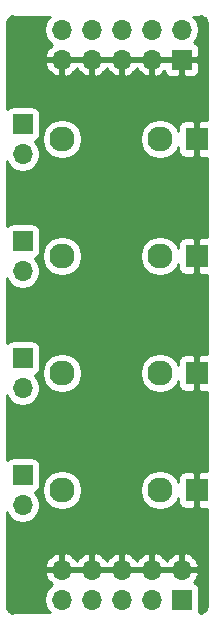
<source format=gbr>
%TF.GenerationSoftware,KiCad,Pcbnew,(5.1.6)-1*%
%TF.CreationDate,2020-10-18T20:28:26+13:00*%
%TF.ProjectId,Jacks onboard,4a61636b-7320-46f6-9e62-6f6172642e6b,rev?*%
%TF.SameCoordinates,Original*%
%TF.FileFunction,Copper,L1,Top*%
%TF.FilePolarity,Positive*%
%FSLAX46Y46*%
G04 Gerber Fmt 4.6, Leading zero omitted, Abs format (unit mm)*
G04 Created by KiCad (PCBNEW (5.1.6)-1) date 2020-10-18 20:28:26*
%MOMM*%
%LPD*%
G01*
G04 APERTURE LIST*
%TA.AperFunction,ComponentPad*%
%ADD10R,1.700000X1.700000*%
%TD*%
%TA.AperFunction,ComponentPad*%
%ADD11O,1.700000X1.700000*%
%TD*%
%TA.AperFunction,ComponentPad*%
%ADD12C,2.130000*%
%TD*%
%TA.AperFunction,ComponentPad*%
%ADD13R,1.830000X1.930000*%
%TD*%
%TA.AperFunction,Conductor*%
%ADD14C,0.254000*%
%TD*%
G04 APERTURE END LIST*
D10*
%TO.P,J3,1*%
%TO.N,GND*%
X187960000Y-53340000D03*
D11*
%TO.P,J3,2*%
%TO.N,Net-(J3-Pad2)*%
X187960000Y-50800000D03*
%TO.P,J3,3*%
%TO.N,GND*%
X185420000Y-53340000D03*
%TO.P,J3,4*%
%TO.N,Net-(J3-Pad4)*%
X185420000Y-50800000D03*
%TO.P,J3,5*%
%TO.N,GND*%
X182880000Y-53340000D03*
%TO.P,J3,6*%
%TO.N,Net-(J3-Pad6)*%
X182880000Y-50800000D03*
%TO.P,J3,7*%
%TO.N,GND*%
X180340000Y-53340000D03*
%TO.P,J3,8*%
%TO.N,Net-(J3-Pad8)*%
X180340000Y-50800000D03*
%TO.P,J3,9*%
%TO.N,GND*%
X177800000Y-53340000D03*
%TO.P,J3,10*%
%TO.N,Net-(J3-Pad10)*%
X177800000Y-50800000D03*
%TD*%
%TO.P,J4,10*%
%TO.N,GND*%
X177800000Y-96520000D03*
%TO.P,J4,9*%
%TO.N,Net-(J4-Pad9)*%
X177800000Y-99060000D03*
%TO.P,J4,8*%
%TO.N,GND*%
X180340000Y-96520000D03*
%TO.P,J4,7*%
%TO.N,Net-(J4-Pad7)*%
X180340000Y-99060000D03*
%TO.P,J4,6*%
%TO.N,GND*%
X182880000Y-96520000D03*
%TO.P,J4,5*%
%TO.N,Net-(J4-Pad5)*%
X182880000Y-99060000D03*
%TO.P,J4,4*%
%TO.N,GND*%
X185420000Y-96520000D03*
%TO.P,J4,3*%
%TO.N,Net-(J4-Pad3)*%
X185420000Y-99060000D03*
%TO.P,J4,2*%
%TO.N,GND*%
X187960000Y-96520000D03*
D10*
%TO.P,J4,1*%
%TO.N,Net-(J4-Pad1)*%
X187960000Y-99060000D03*
%TD*%
%TO.P,J5,1*%
%TO.N,Net-(J1-PadT)*%
X174498000Y-88519000D03*
D11*
%TO.P,J5,2*%
%TO.N,Net-(J1-PadTN)*%
X174498000Y-91059000D03*
%TD*%
%TO.P,J6,2*%
%TO.N,Net-(J2-PadTN)*%
X174498000Y-81153000D03*
D10*
%TO.P,J6,1*%
%TO.N,Net-(J2-PadT)*%
X174498000Y-78613000D03*
%TD*%
D12*
%TO.P,J7,TN*%
%TO.N,Net-(J7-PadTN)*%
X186130000Y-60071000D03*
D13*
%TO.P,J7,S*%
%TO.N,GND*%
X189230000Y-60071000D03*
D12*
%TO.P,J7,T*%
%TO.N,Net-(J7-PadT)*%
X177830000Y-60071000D03*
%TD*%
%TO.P,J8,T*%
%TO.N,Net-(J10-Pad1)*%
X177830000Y-69977000D03*
D13*
%TO.P,J8,S*%
%TO.N,GND*%
X189230000Y-69977000D03*
D12*
%TO.P,J8,TN*%
%TO.N,Net-(J10-Pad2)*%
X186130000Y-69977000D03*
%TD*%
D10*
%TO.P,J9,1*%
%TO.N,Net-(J7-PadT)*%
X174498000Y-58801000D03*
D11*
%TO.P,J9,2*%
%TO.N,Net-(J7-PadTN)*%
X174498000Y-61341000D03*
%TD*%
%TO.P,J10,2*%
%TO.N,Net-(J10-Pad2)*%
X174498000Y-71247000D03*
D10*
%TO.P,J10,1*%
%TO.N,Net-(J10-Pad1)*%
X174498000Y-68707000D03*
%TD*%
D12*
%TO.P,J1,TN*%
%TO.N,Net-(J1-PadTN)*%
X186130000Y-89789000D03*
D13*
%TO.P,J1,S*%
%TO.N,GND*%
X189230000Y-89789000D03*
D12*
%TO.P,J1,T*%
%TO.N,Net-(J1-PadT)*%
X177830000Y-89789000D03*
%TD*%
%TO.P,J2,T*%
%TO.N,Net-(J2-PadT)*%
X177830000Y-79883000D03*
D13*
%TO.P,J2,S*%
%TO.N,GND*%
X189230000Y-79883000D03*
D12*
%TO.P,J2,TN*%
%TO.N,Net-(J2-PadTN)*%
X186130000Y-79883000D03*
%TD*%
D14*
%TO.N,GND*%
G36*
X173702353Y-49707000D02*
G01*
X176792893Y-49707000D01*
X176646525Y-49853368D01*
X176484010Y-50096589D01*
X176372068Y-50366842D01*
X176315000Y-50653740D01*
X176315000Y-50946260D01*
X176372068Y-51233158D01*
X176484010Y-51503411D01*
X176646525Y-51746632D01*
X176853368Y-51953475D01*
X177029406Y-52071100D01*
X176799731Y-52242412D01*
X176604822Y-52458645D01*
X176455843Y-52708748D01*
X176358519Y-52983109D01*
X176479186Y-53213000D01*
X177673000Y-53213000D01*
X177673000Y-53193000D01*
X177927000Y-53193000D01*
X177927000Y-53213000D01*
X180213000Y-53213000D01*
X180213000Y-53193000D01*
X180467000Y-53193000D01*
X180467000Y-53213000D01*
X182753000Y-53213000D01*
X182753000Y-53193000D01*
X183007000Y-53193000D01*
X183007000Y-53213000D01*
X185293000Y-53213000D01*
X185293000Y-53193000D01*
X185547000Y-53193000D01*
X185547000Y-53213000D01*
X187833000Y-53213000D01*
X187833000Y-53193000D01*
X188087000Y-53193000D01*
X188087000Y-53213000D01*
X189286250Y-53213000D01*
X189445000Y-53054250D01*
X189448072Y-52490000D01*
X189435812Y-52365518D01*
X189399502Y-52245820D01*
X189340537Y-52135506D01*
X189261185Y-52038815D01*
X189164494Y-51959463D01*
X189054180Y-51900498D01*
X188981620Y-51878487D01*
X189113475Y-51746632D01*
X189275990Y-51503411D01*
X189387932Y-51233158D01*
X189445000Y-50946260D01*
X189445000Y-50653740D01*
X189387932Y-50366842D01*
X189275990Y-50096589D01*
X189113475Y-49853368D01*
X188967107Y-49707000D01*
X189517647Y-49707000D01*
X189606820Y-49698217D01*
X189715246Y-49730953D01*
X189819819Y-49786555D01*
X189911596Y-49861407D01*
X189987091Y-49952664D01*
X190043419Y-50056844D01*
X190077882Y-50168174D01*
X190069000Y-50258354D01*
X190069000Y-58468299D01*
X189515750Y-58471000D01*
X189357000Y-58629750D01*
X189357000Y-59944000D01*
X189377000Y-59944000D01*
X189377000Y-60198000D01*
X189357000Y-60198000D01*
X189357000Y-61512250D01*
X189515750Y-61671000D01*
X190069000Y-61673701D01*
X190069000Y-68374299D01*
X189515750Y-68377000D01*
X189357000Y-68535750D01*
X189357000Y-69850000D01*
X189377000Y-69850000D01*
X189377000Y-70104000D01*
X189357000Y-70104000D01*
X189357000Y-71418250D01*
X189515750Y-71577000D01*
X190069000Y-71579701D01*
X190069001Y-78280299D01*
X189515750Y-78283000D01*
X189357000Y-78441750D01*
X189357000Y-79756000D01*
X189377000Y-79756000D01*
X189377000Y-80010000D01*
X189357000Y-80010000D01*
X189357000Y-81324250D01*
X189515750Y-81483000D01*
X190069001Y-81485701D01*
X190069001Y-88186299D01*
X189515750Y-88189000D01*
X189357000Y-88347750D01*
X189357000Y-89662000D01*
X189377000Y-89662000D01*
X189377000Y-89916000D01*
X189357000Y-89916000D01*
X189357000Y-91230250D01*
X189515750Y-91389000D01*
X190069001Y-91391701D01*
X190069001Y-99601647D01*
X190077784Y-99690818D01*
X190045047Y-99799246D01*
X189989446Y-99903817D01*
X189914594Y-99995595D01*
X189823335Y-100071091D01*
X189719160Y-100127419D01*
X189607827Y-100161882D01*
X189517647Y-100153000D01*
X189399860Y-100153000D01*
X189435812Y-100034482D01*
X189448072Y-99910000D01*
X189448072Y-98210000D01*
X189435812Y-98085518D01*
X189399502Y-97965820D01*
X189340537Y-97855506D01*
X189261185Y-97758815D01*
X189164494Y-97679463D01*
X189054180Y-97620498D01*
X188978374Y-97597502D01*
X189155178Y-97401355D01*
X189304157Y-97151252D01*
X189401481Y-96876891D01*
X189280814Y-96647000D01*
X188087000Y-96647000D01*
X188087000Y-96667000D01*
X187833000Y-96667000D01*
X187833000Y-96647000D01*
X185547000Y-96647000D01*
X185547000Y-96667000D01*
X185293000Y-96667000D01*
X185293000Y-96647000D01*
X183007000Y-96647000D01*
X183007000Y-96667000D01*
X182753000Y-96667000D01*
X182753000Y-96647000D01*
X180467000Y-96647000D01*
X180467000Y-96667000D01*
X180213000Y-96667000D01*
X180213000Y-96647000D01*
X177927000Y-96647000D01*
X177927000Y-96667000D01*
X177673000Y-96667000D01*
X177673000Y-96647000D01*
X176479186Y-96647000D01*
X176358519Y-96876891D01*
X176455843Y-97151252D01*
X176604822Y-97401355D01*
X176799731Y-97617588D01*
X177029406Y-97788900D01*
X176853368Y-97906525D01*
X176646525Y-98113368D01*
X176484010Y-98356589D01*
X176372068Y-98626842D01*
X176315000Y-98913740D01*
X176315000Y-99206260D01*
X176372068Y-99493158D01*
X176484010Y-99763411D01*
X176646525Y-100006632D01*
X176792893Y-100153000D01*
X173702353Y-100153000D01*
X173613180Y-100161783D01*
X173504754Y-100129047D01*
X173400183Y-100073446D01*
X173308405Y-99998594D01*
X173232909Y-99907335D01*
X173176581Y-99803160D01*
X173142118Y-99691827D01*
X173151000Y-99601647D01*
X173151000Y-96163109D01*
X176358519Y-96163109D01*
X176479186Y-96393000D01*
X177673000Y-96393000D01*
X177673000Y-95199845D01*
X177927000Y-95199845D01*
X177927000Y-96393000D01*
X180213000Y-96393000D01*
X180213000Y-95199845D01*
X180467000Y-95199845D01*
X180467000Y-96393000D01*
X182753000Y-96393000D01*
X182753000Y-95199845D01*
X183007000Y-95199845D01*
X183007000Y-96393000D01*
X185293000Y-96393000D01*
X185293000Y-95199845D01*
X185547000Y-95199845D01*
X185547000Y-96393000D01*
X187833000Y-96393000D01*
X187833000Y-95199845D01*
X188087000Y-95199845D01*
X188087000Y-96393000D01*
X189280814Y-96393000D01*
X189401481Y-96163109D01*
X189304157Y-95888748D01*
X189155178Y-95638645D01*
X188960269Y-95422412D01*
X188726920Y-95248359D01*
X188464099Y-95123175D01*
X188316890Y-95078524D01*
X188087000Y-95199845D01*
X187833000Y-95199845D01*
X187603110Y-95078524D01*
X187455901Y-95123175D01*
X187193080Y-95248359D01*
X186959731Y-95422412D01*
X186764822Y-95638645D01*
X186690000Y-95764255D01*
X186615178Y-95638645D01*
X186420269Y-95422412D01*
X186186920Y-95248359D01*
X185924099Y-95123175D01*
X185776890Y-95078524D01*
X185547000Y-95199845D01*
X185293000Y-95199845D01*
X185063110Y-95078524D01*
X184915901Y-95123175D01*
X184653080Y-95248359D01*
X184419731Y-95422412D01*
X184224822Y-95638645D01*
X184150000Y-95764255D01*
X184075178Y-95638645D01*
X183880269Y-95422412D01*
X183646920Y-95248359D01*
X183384099Y-95123175D01*
X183236890Y-95078524D01*
X183007000Y-95199845D01*
X182753000Y-95199845D01*
X182523110Y-95078524D01*
X182375901Y-95123175D01*
X182113080Y-95248359D01*
X181879731Y-95422412D01*
X181684822Y-95638645D01*
X181610000Y-95764255D01*
X181535178Y-95638645D01*
X181340269Y-95422412D01*
X181106920Y-95248359D01*
X180844099Y-95123175D01*
X180696890Y-95078524D01*
X180467000Y-95199845D01*
X180213000Y-95199845D01*
X179983110Y-95078524D01*
X179835901Y-95123175D01*
X179573080Y-95248359D01*
X179339731Y-95422412D01*
X179144822Y-95638645D01*
X179070000Y-95764255D01*
X178995178Y-95638645D01*
X178800269Y-95422412D01*
X178566920Y-95248359D01*
X178304099Y-95123175D01*
X178156890Y-95078524D01*
X177927000Y-95199845D01*
X177673000Y-95199845D01*
X177443110Y-95078524D01*
X177295901Y-95123175D01*
X177033080Y-95248359D01*
X176799731Y-95422412D01*
X176604822Y-95638645D01*
X176455843Y-95888748D01*
X176358519Y-96163109D01*
X173151000Y-96163109D01*
X173151000Y-91687546D01*
X173182010Y-91762411D01*
X173344525Y-92005632D01*
X173551368Y-92212475D01*
X173794589Y-92374990D01*
X174064842Y-92486932D01*
X174351740Y-92544000D01*
X174644260Y-92544000D01*
X174931158Y-92486932D01*
X175201411Y-92374990D01*
X175444632Y-92212475D01*
X175651475Y-92005632D01*
X175813990Y-91762411D01*
X175925932Y-91492158D01*
X175983000Y-91205260D01*
X175983000Y-90912740D01*
X175925932Y-90625842D01*
X175813990Y-90355589D01*
X175651475Y-90112368D01*
X175519620Y-89980513D01*
X175592180Y-89958502D01*
X175702494Y-89899537D01*
X175799185Y-89820185D01*
X175878537Y-89723494D01*
X175933020Y-89621565D01*
X176130000Y-89621565D01*
X176130000Y-89956435D01*
X176195330Y-90284872D01*
X176323479Y-90594252D01*
X176509523Y-90872687D01*
X176746313Y-91109477D01*
X177024748Y-91295521D01*
X177334128Y-91423670D01*
X177662565Y-91489000D01*
X177997435Y-91489000D01*
X178325872Y-91423670D01*
X178635252Y-91295521D01*
X178913687Y-91109477D01*
X179150477Y-90872687D01*
X179336521Y-90594252D01*
X179464670Y-90284872D01*
X179530000Y-89956435D01*
X179530000Y-89621565D01*
X184430000Y-89621565D01*
X184430000Y-89956435D01*
X184495330Y-90284872D01*
X184623479Y-90594252D01*
X184809523Y-90872687D01*
X185046313Y-91109477D01*
X185324748Y-91295521D01*
X185634128Y-91423670D01*
X185962565Y-91489000D01*
X186297435Y-91489000D01*
X186625872Y-91423670D01*
X186935252Y-91295521D01*
X187213687Y-91109477D01*
X187450477Y-90872687D01*
X187636521Y-90594252D01*
X187678105Y-90493860D01*
X187676928Y-90754000D01*
X187689188Y-90878482D01*
X187725498Y-90998180D01*
X187784463Y-91108494D01*
X187863815Y-91205185D01*
X187960506Y-91284537D01*
X188070820Y-91343502D01*
X188190518Y-91379812D01*
X188315000Y-91392072D01*
X188944250Y-91389000D01*
X189103000Y-91230250D01*
X189103000Y-89916000D01*
X189083000Y-89916000D01*
X189083000Y-89662000D01*
X189103000Y-89662000D01*
X189103000Y-88347750D01*
X188944250Y-88189000D01*
X188315000Y-88185928D01*
X188190518Y-88198188D01*
X188070820Y-88234498D01*
X187960506Y-88293463D01*
X187863815Y-88372815D01*
X187784463Y-88469506D01*
X187725498Y-88579820D01*
X187689188Y-88699518D01*
X187676928Y-88824000D01*
X187678105Y-89084140D01*
X187636521Y-88983748D01*
X187450477Y-88705313D01*
X187213687Y-88468523D01*
X186935252Y-88282479D01*
X186625872Y-88154330D01*
X186297435Y-88089000D01*
X185962565Y-88089000D01*
X185634128Y-88154330D01*
X185324748Y-88282479D01*
X185046313Y-88468523D01*
X184809523Y-88705313D01*
X184623479Y-88983748D01*
X184495330Y-89293128D01*
X184430000Y-89621565D01*
X179530000Y-89621565D01*
X179464670Y-89293128D01*
X179336521Y-88983748D01*
X179150477Y-88705313D01*
X178913687Y-88468523D01*
X178635252Y-88282479D01*
X178325872Y-88154330D01*
X177997435Y-88089000D01*
X177662565Y-88089000D01*
X177334128Y-88154330D01*
X177024748Y-88282479D01*
X176746313Y-88468523D01*
X176509523Y-88705313D01*
X176323479Y-88983748D01*
X176195330Y-89293128D01*
X176130000Y-89621565D01*
X175933020Y-89621565D01*
X175937502Y-89613180D01*
X175973812Y-89493482D01*
X175986072Y-89369000D01*
X175986072Y-87669000D01*
X175973812Y-87544518D01*
X175937502Y-87424820D01*
X175878537Y-87314506D01*
X175799185Y-87217815D01*
X175702494Y-87138463D01*
X175592180Y-87079498D01*
X175472482Y-87043188D01*
X175348000Y-87030928D01*
X173648000Y-87030928D01*
X173523518Y-87043188D01*
X173403820Y-87079498D01*
X173293506Y-87138463D01*
X173196815Y-87217815D01*
X173151000Y-87273641D01*
X173151000Y-81781546D01*
X173182010Y-81856411D01*
X173344525Y-82099632D01*
X173551368Y-82306475D01*
X173794589Y-82468990D01*
X174064842Y-82580932D01*
X174351740Y-82638000D01*
X174644260Y-82638000D01*
X174931158Y-82580932D01*
X175201411Y-82468990D01*
X175444632Y-82306475D01*
X175651475Y-82099632D01*
X175813990Y-81856411D01*
X175925932Y-81586158D01*
X175983000Y-81299260D01*
X175983000Y-81006740D01*
X175925932Y-80719842D01*
X175813990Y-80449589D01*
X175651475Y-80206368D01*
X175519620Y-80074513D01*
X175592180Y-80052502D01*
X175702494Y-79993537D01*
X175799185Y-79914185D01*
X175878537Y-79817494D01*
X175933020Y-79715565D01*
X176130000Y-79715565D01*
X176130000Y-80050435D01*
X176195330Y-80378872D01*
X176323479Y-80688252D01*
X176509523Y-80966687D01*
X176746313Y-81203477D01*
X177024748Y-81389521D01*
X177334128Y-81517670D01*
X177662565Y-81583000D01*
X177997435Y-81583000D01*
X178325872Y-81517670D01*
X178635252Y-81389521D01*
X178913687Y-81203477D01*
X179150477Y-80966687D01*
X179336521Y-80688252D01*
X179464670Y-80378872D01*
X179530000Y-80050435D01*
X179530000Y-79715565D01*
X184430000Y-79715565D01*
X184430000Y-80050435D01*
X184495330Y-80378872D01*
X184623479Y-80688252D01*
X184809523Y-80966687D01*
X185046313Y-81203477D01*
X185324748Y-81389521D01*
X185634128Y-81517670D01*
X185962565Y-81583000D01*
X186297435Y-81583000D01*
X186625872Y-81517670D01*
X186935252Y-81389521D01*
X187213687Y-81203477D01*
X187450477Y-80966687D01*
X187636521Y-80688252D01*
X187678105Y-80587860D01*
X187676928Y-80848000D01*
X187689188Y-80972482D01*
X187725498Y-81092180D01*
X187784463Y-81202494D01*
X187863815Y-81299185D01*
X187960506Y-81378537D01*
X188070820Y-81437502D01*
X188190518Y-81473812D01*
X188315000Y-81486072D01*
X188944250Y-81483000D01*
X189103000Y-81324250D01*
X189103000Y-80010000D01*
X189083000Y-80010000D01*
X189083000Y-79756000D01*
X189103000Y-79756000D01*
X189103000Y-78441750D01*
X188944250Y-78283000D01*
X188315000Y-78279928D01*
X188190518Y-78292188D01*
X188070820Y-78328498D01*
X187960506Y-78387463D01*
X187863815Y-78466815D01*
X187784463Y-78563506D01*
X187725498Y-78673820D01*
X187689188Y-78793518D01*
X187676928Y-78918000D01*
X187678105Y-79178140D01*
X187636521Y-79077748D01*
X187450477Y-78799313D01*
X187213687Y-78562523D01*
X186935252Y-78376479D01*
X186625872Y-78248330D01*
X186297435Y-78183000D01*
X185962565Y-78183000D01*
X185634128Y-78248330D01*
X185324748Y-78376479D01*
X185046313Y-78562523D01*
X184809523Y-78799313D01*
X184623479Y-79077748D01*
X184495330Y-79387128D01*
X184430000Y-79715565D01*
X179530000Y-79715565D01*
X179464670Y-79387128D01*
X179336521Y-79077748D01*
X179150477Y-78799313D01*
X178913687Y-78562523D01*
X178635252Y-78376479D01*
X178325872Y-78248330D01*
X177997435Y-78183000D01*
X177662565Y-78183000D01*
X177334128Y-78248330D01*
X177024748Y-78376479D01*
X176746313Y-78562523D01*
X176509523Y-78799313D01*
X176323479Y-79077748D01*
X176195330Y-79387128D01*
X176130000Y-79715565D01*
X175933020Y-79715565D01*
X175937502Y-79707180D01*
X175973812Y-79587482D01*
X175986072Y-79463000D01*
X175986072Y-77763000D01*
X175973812Y-77638518D01*
X175937502Y-77518820D01*
X175878537Y-77408506D01*
X175799185Y-77311815D01*
X175702494Y-77232463D01*
X175592180Y-77173498D01*
X175472482Y-77137188D01*
X175348000Y-77124928D01*
X173648000Y-77124928D01*
X173523518Y-77137188D01*
X173403820Y-77173498D01*
X173293506Y-77232463D01*
X173196815Y-77311815D01*
X173151000Y-77367641D01*
X173151000Y-71875546D01*
X173182010Y-71950411D01*
X173344525Y-72193632D01*
X173551368Y-72400475D01*
X173794589Y-72562990D01*
X174064842Y-72674932D01*
X174351740Y-72732000D01*
X174644260Y-72732000D01*
X174931158Y-72674932D01*
X175201411Y-72562990D01*
X175444632Y-72400475D01*
X175651475Y-72193632D01*
X175813990Y-71950411D01*
X175925932Y-71680158D01*
X175983000Y-71393260D01*
X175983000Y-71100740D01*
X175925932Y-70813842D01*
X175813990Y-70543589D01*
X175651475Y-70300368D01*
X175519620Y-70168513D01*
X175592180Y-70146502D01*
X175702494Y-70087537D01*
X175799185Y-70008185D01*
X175878537Y-69911494D01*
X175933020Y-69809565D01*
X176130000Y-69809565D01*
X176130000Y-70144435D01*
X176195330Y-70472872D01*
X176323479Y-70782252D01*
X176509523Y-71060687D01*
X176746313Y-71297477D01*
X177024748Y-71483521D01*
X177334128Y-71611670D01*
X177662565Y-71677000D01*
X177997435Y-71677000D01*
X178325872Y-71611670D01*
X178635252Y-71483521D01*
X178913687Y-71297477D01*
X179150477Y-71060687D01*
X179336521Y-70782252D01*
X179464670Y-70472872D01*
X179530000Y-70144435D01*
X179530000Y-69809565D01*
X184430000Y-69809565D01*
X184430000Y-70144435D01*
X184495330Y-70472872D01*
X184623479Y-70782252D01*
X184809523Y-71060687D01*
X185046313Y-71297477D01*
X185324748Y-71483521D01*
X185634128Y-71611670D01*
X185962565Y-71677000D01*
X186297435Y-71677000D01*
X186625872Y-71611670D01*
X186935252Y-71483521D01*
X187213687Y-71297477D01*
X187450477Y-71060687D01*
X187636521Y-70782252D01*
X187678105Y-70681860D01*
X187676928Y-70942000D01*
X187689188Y-71066482D01*
X187725498Y-71186180D01*
X187784463Y-71296494D01*
X187863815Y-71393185D01*
X187960506Y-71472537D01*
X188070820Y-71531502D01*
X188190518Y-71567812D01*
X188315000Y-71580072D01*
X188944250Y-71577000D01*
X189103000Y-71418250D01*
X189103000Y-70104000D01*
X189083000Y-70104000D01*
X189083000Y-69850000D01*
X189103000Y-69850000D01*
X189103000Y-68535750D01*
X188944250Y-68377000D01*
X188315000Y-68373928D01*
X188190518Y-68386188D01*
X188070820Y-68422498D01*
X187960506Y-68481463D01*
X187863815Y-68560815D01*
X187784463Y-68657506D01*
X187725498Y-68767820D01*
X187689188Y-68887518D01*
X187676928Y-69012000D01*
X187678105Y-69272140D01*
X187636521Y-69171748D01*
X187450477Y-68893313D01*
X187213687Y-68656523D01*
X186935252Y-68470479D01*
X186625872Y-68342330D01*
X186297435Y-68277000D01*
X185962565Y-68277000D01*
X185634128Y-68342330D01*
X185324748Y-68470479D01*
X185046313Y-68656523D01*
X184809523Y-68893313D01*
X184623479Y-69171748D01*
X184495330Y-69481128D01*
X184430000Y-69809565D01*
X179530000Y-69809565D01*
X179464670Y-69481128D01*
X179336521Y-69171748D01*
X179150477Y-68893313D01*
X178913687Y-68656523D01*
X178635252Y-68470479D01*
X178325872Y-68342330D01*
X177997435Y-68277000D01*
X177662565Y-68277000D01*
X177334128Y-68342330D01*
X177024748Y-68470479D01*
X176746313Y-68656523D01*
X176509523Y-68893313D01*
X176323479Y-69171748D01*
X176195330Y-69481128D01*
X176130000Y-69809565D01*
X175933020Y-69809565D01*
X175937502Y-69801180D01*
X175973812Y-69681482D01*
X175986072Y-69557000D01*
X175986072Y-67857000D01*
X175973812Y-67732518D01*
X175937502Y-67612820D01*
X175878537Y-67502506D01*
X175799185Y-67405815D01*
X175702494Y-67326463D01*
X175592180Y-67267498D01*
X175472482Y-67231188D01*
X175348000Y-67218928D01*
X173648000Y-67218928D01*
X173523518Y-67231188D01*
X173403820Y-67267498D01*
X173293506Y-67326463D01*
X173196815Y-67405815D01*
X173151000Y-67461641D01*
X173151000Y-61969546D01*
X173182010Y-62044411D01*
X173344525Y-62287632D01*
X173551368Y-62494475D01*
X173794589Y-62656990D01*
X174064842Y-62768932D01*
X174351740Y-62826000D01*
X174644260Y-62826000D01*
X174931158Y-62768932D01*
X175201411Y-62656990D01*
X175444632Y-62494475D01*
X175651475Y-62287632D01*
X175813990Y-62044411D01*
X175925932Y-61774158D01*
X175983000Y-61487260D01*
X175983000Y-61194740D01*
X175925932Y-60907842D01*
X175813990Y-60637589D01*
X175651475Y-60394368D01*
X175519620Y-60262513D01*
X175592180Y-60240502D01*
X175702494Y-60181537D01*
X175799185Y-60102185D01*
X175878537Y-60005494D01*
X175933020Y-59903565D01*
X176130000Y-59903565D01*
X176130000Y-60238435D01*
X176195330Y-60566872D01*
X176323479Y-60876252D01*
X176509523Y-61154687D01*
X176746313Y-61391477D01*
X177024748Y-61577521D01*
X177334128Y-61705670D01*
X177662565Y-61771000D01*
X177997435Y-61771000D01*
X178325872Y-61705670D01*
X178635252Y-61577521D01*
X178913687Y-61391477D01*
X179150477Y-61154687D01*
X179336521Y-60876252D01*
X179464670Y-60566872D01*
X179530000Y-60238435D01*
X179530000Y-59903565D01*
X184430000Y-59903565D01*
X184430000Y-60238435D01*
X184495330Y-60566872D01*
X184623479Y-60876252D01*
X184809523Y-61154687D01*
X185046313Y-61391477D01*
X185324748Y-61577521D01*
X185634128Y-61705670D01*
X185962565Y-61771000D01*
X186297435Y-61771000D01*
X186625872Y-61705670D01*
X186935252Y-61577521D01*
X187213687Y-61391477D01*
X187450477Y-61154687D01*
X187636521Y-60876252D01*
X187678105Y-60775860D01*
X187676928Y-61036000D01*
X187689188Y-61160482D01*
X187725498Y-61280180D01*
X187784463Y-61390494D01*
X187863815Y-61487185D01*
X187960506Y-61566537D01*
X188070820Y-61625502D01*
X188190518Y-61661812D01*
X188315000Y-61674072D01*
X188944250Y-61671000D01*
X189103000Y-61512250D01*
X189103000Y-60198000D01*
X189083000Y-60198000D01*
X189083000Y-59944000D01*
X189103000Y-59944000D01*
X189103000Y-58629750D01*
X188944250Y-58471000D01*
X188315000Y-58467928D01*
X188190518Y-58480188D01*
X188070820Y-58516498D01*
X187960506Y-58575463D01*
X187863815Y-58654815D01*
X187784463Y-58751506D01*
X187725498Y-58861820D01*
X187689188Y-58981518D01*
X187676928Y-59106000D01*
X187678105Y-59366140D01*
X187636521Y-59265748D01*
X187450477Y-58987313D01*
X187213687Y-58750523D01*
X186935252Y-58564479D01*
X186625872Y-58436330D01*
X186297435Y-58371000D01*
X185962565Y-58371000D01*
X185634128Y-58436330D01*
X185324748Y-58564479D01*
X185046313Y-58750523D01*
X184809523Y-58987313D01*
X184623479Y-59265748D01*
X184495330Y-59575128D01*
X184430000Y-59903565D01*
X179530000Y-59903565D01*
X179464670Y-59575128D01*
X179336521Y-59265748D01*
X179150477Y-58987313D01*
X178913687Y-58750523D01*
X178635252Y-58564479D01*
X178325872Y-58436330D01*
X177997435Y-58371000D01*
X177662565Y-58371000D01*
X177334128Y-58436330D01*
X177024748Y-58564479D01*
X176746313Y-58750523D01*
X176509523Y-58987313D01*
X176323479Y-59265748D01*
X176195330Y-59575128D01*
X176130000Y-59903565D01*
X175933020Y-59903565D01*
X175937502Y-59895180D01*
X175973812Y-59775482D01*
X175986072Y-59651000D01*
X175986072Y-57951000D01*
X175973812Y-57826518D01*
X175937502Y-57706820D01*
X175878537Y-57596506D01*
X175799185Y-57499815D01*
X175702494Y-57420463D01*
X175592180Y-57361498D01*
X175472482Y-57325188D01*
X175348000Y-57312928D01*
X173648000Y-57312928D01*
X173523518Y-57325188D01*
X173403820Y-57361498D01*
X173293506Y-57420463D01*
X173196815Y-57499815D01*
X173151000Y-57555641D01*
X173151000Y-53696891D01*
X176358519Y-53696891D01*
X176455843Y-53971252D01*
X176604822Y-54221355D01*
X176799731Y-54437588D01*
X177033080Y-54611641D01*
X177295901Y-54736825D01*
X177443110Y-54781476D01*
X177673000Y-54660155D01*
X177673000Y-53467000D01*
X177927000Y-53467000D01*
X177927000Y-54660155D01*
X178156890Y-54781476D01*
X178304099Y-54736825D01*
X178566920Y-54611641D01*
X178800269Y-54437588D01*
X178995178Y-54221355D01*
X179070000Y-54095745D01*
X179144822Y-54221355D01*
X179339731Y-54437588D01*
X179573080Y-54611641D01*
X179835901Y-54736825D01*
X179983110Y-54781476D01*
X180213000Y-54660155D01*
X180213000Y-53467000D01*
X180467000Y-53467000D01*
X180467000Y-54660155D01*
X180696890Y-54781476D01*
X180844099Y-54736825D01*
X181106920Y-54611641D01*
X181340269Y-54437588D01*
X181535178Y-54221355D01*
X181610000Y-54095745D01*
X181684822Y-54221355D01*
X181879731Y-54437588D01*
X182113080Y-54611641D01*
X182375901Y-54736825D01*
X182523110Y-54781476D01*
X182753000Y-54660155D01*
X182753000Y-53467000D01*
X183007000Y-53467000D01*
X183007000Y-54660155D01*
X183236890Y-54781476D01*
X183384099Y-54736825D01*
X183646920Y-54611641D01*
X183880269Y-54437588D01*
X184075178Y-54221355D01*
X184150000Y-54095745D01*
X184224822Y-54221355D01*
X184419731Y-54437588D01*
X184653080Y-54611641D01*
X184915901Y-54736825D01*
X185063110Y-54781476D01*
X185293000Y-54660155D01*
X185293000Y-53467000D01*
X185547000Y-53467000D01*
X185547000Y-54660155D01*
X185776890Y-54781476D01*
X185924099Y-54736825D01*
X186186920Y-54611641D01*
X186420269Y-54437588D01*
X186496034Y-54353534D01*
X186520498Y-54434180D01*
X186579463Y-54544494D01*
X186658815Y-54641185D01*
X186755506Y-54720537D01*
X186865820Y-54779502D01*
X186985518Y-54815812D01*
X187110000Y-54828072D01*
X187674250Y-54825000D01*
X187833000Y-54666250D01*
X187833000Y-53467000D01*
X188087000Y-53467000D01*
X188087000Y-54666250D01*
X188245750Y-54825000D01*
X188810000Y-54828072D01*
X188934482Y-54815812D01*
X189054180Y-54779502D01*
X189164494Y-54720537D01*
X189261185Y-54641185D01*
X189340537Y-54544494D01*
X189399502Y-54434180D01*
X189435812Y-54314482D01*
X189448072Y-54190000D01*
X189445000Y-53625750D01*
X189286250Y-53467000D01*
X188087000Y-53467000D01*
X187833000Y-53467000D01*
X185547000Y-53467000D01*
X185293000Y-53467000D01*
X183007000Y-53467000D01*
X182753000Y-53467000D01*
X180467000Y-53467000D01*
X180213000Y-53467000D01*
X177927000Y-53467000D01*
X177673000Y-53467000D01*
X176479186Y-53467000D01*
X176358519Y-53696891D01*
X173151000Y-53696891D01*
X173151000Y-50258353D01*
X173142217Y-50169180D01*
X173174953Y-50060754D01*
X173230555Y-49956181D01*
X173305407Y-49864404D01*
X173396664Y-49788909D01*
X173500844Y-49732581D01*
X173612173Y-49698118D01*
X173702353Y-49707000D01*
G37*
X173702353Y-49707000D02*
X176792893Y-49707000D01*
X176646525Y-49853368D01*
X176484010Y-50096589D01*
X176372068Y-50366842D01*
X176315000Y-50653740D01*
X176315000Y-50946260D01*
X176372068Y-51233158D01*
X176484010Y-51503411D01*
X176646525Y-51746632D01*
X176853368Y-51953475D01*
X177029406Y-52071100D01*
X176799731Y-52242412D01*
X176604822Y-52458645D01*
X176455843Y-52708748D01*
X176358519Y-52983109D01*
X176479186Y-53213000D01*
X177673000Y-53213000D01*
X177673000Y-53193000D01*
X177927000Y-53193000D01*
X177927000Y-53213000D01*
X180213000Y-53213000D01*
X180213000Y-53193000D01*
X180467000Y-53193000D01*
X180467000Y-53213000D01*
X182753000Y-53213000D01*
X182753000Y-53193000D01*
X183007000Y-53193000D01*
X183007000Y-53213000D01*
X185293000Y-53213000D01*
X185293000Y-53193000D01*
X185547000Y-53193000D01*
X185547000Y-53213000D01*
X187833000Y-53213000D01*
X187833000Y-53193000D01*
X188087000Y-53193000D01*
X188087000Y-53213000D01*
X189286250Y-53213000D01*
X189445000Y-53054250D01*
X189448072Y-52490000D01*
X189435812Y-52365518D01*
X189399502Y-52245820D01*
X189340537Y-52135506D01*
X189261185Y-52038815D01*
X189164494Y-51959463D01*
X189054180Y-51900498D01*
X188981620Y-51878487D01*
X189113475Y-51746632D01*
X189275990Y-51503411D01*
X189387932Y-51233158D01*
X189445000Y-50946260D01*
X189445000Y-50653740D01*
X189387932Y-50366842D01*
X189275990Y-50096589D01*
X189113475Y-49853368D01*
X188967107Y-49707000D01*
X189517647Y-49707000D01*
X189606820Y-49698217D01*
X189715246Y-49730953D01*
X189819819Y-49786555D01*
X189911596Y-49861407D01*
X189987091Y-49952664D01*
X190043419Y-50056844D01*
X190077882Y-50168174D01*
X190069000Y-50258354D01*
X190069000Y-58468299D01*
X189515750Y-58471000D01*
X189357000Y-58629750D01*
X189357000Y-59944000D01*
X189377000Y-59944000D01*
X189377000Y-60198000D01*
X189357000Y-60198000D01*
X189357000Y-61512250D01*
X189515750Y-61671000D01*
X190069000Y-61673701D01*
X190069000Y-68374299D01*
X189515750Y-68377000D01*
X189357000Y-68535750D01*
X189357000Y-69850000D01*
X189377000Y-69850000D01*
X189377000Y-70104000D01*
X189357000Y-70104000D01*
X189357000Y-71418250D01*
X189515750Y-71577000D01*
X190069000Y-71579701D01*
X190069001Y-78280299D01*
X189515750Y-78283000D01*
X189357000Y-78441750D01*
X189357000Y-79756000D01*
X189377000Y-79756000D01*
X189377000Y-80010000D01*
X189357000Y-80010000D01*
X189357000Y-81324250D01*
X189515750Y-81483000D01*
X190069001Y-81485701D01*
X190069001Y-88186299D01*
X189515750Y-88189000D01*
X189357000Y-88347750D01*
X189357000Y-89662000D01*
X189377000Y-89662000D01*
X189377000Y-89916000D01*
X189357000Y-89916000D01*
X189357000Y-91230250D01*
X189515750Y-91389000D01*
X190069001Y-91391701D01*
X190069001Y-99601647D01*
X190077784Y-99690818D01*
X190045047Y-99799246D01*
X189989446Y-99903817D01*
X189914594Y-99995595D01*
X189823335Y-100071091D01*
X189719160Y-100127419D01*
X189607827Y-100161882D01*
X189517647Y-100153000D01*
X189399860Y-100153000D01*
X189435812Y-100034482D01*
X189448072Y-99910000D01*
X189448072Y-98210000D01*
X189435812Y-98085518D01*
X189399502Y-97965820D01*
X189340537Y-97855506D01*
X189261185Y-97758815D01*
X189164494Y-97679463D01*
X189054180Y-97620498D01*
X188978374Y-97597502D01*
X189155178Y-97401355D01*
X189304157Y-97151252D01*
X189401481Y-96876891D01*
X189280814Y-96647000D01*
X188087000Y-96647000D01*
X188087000Y-96667000D01*
X187833000Y-96667000D01*
X187833000Y-96647000D01*
X185547000Y-96647000D01*
X185547000Y-96667000D01*
X185293000Y-96667000D01*
X185293000Y-96647000D01*
X183007000Y-96647000D01*
X183007000Y-96667000D01*
X182753000Y-96667000D01*
X182753000Y-96647000D01*
X180467000Y-96647000D01*
X180467000Y-96667000D01*
X180213000Y-96667000D01*
X180213000Y-96647000D01*
X177927000Y-96647000D01*
X177927000Y-96667000D01*
X177673000Y-96667000D01*
X177673000Y-96647000D01*
X176479186Y-96647000D01*
X176358519Y-96876891D01*
X176455843Y-97151252D01*
X176604822Y-97401355D01*
X176799731Y-97617588D01*
X177029406Y-97788900D01*
X176853368Y-97906525D01*
X176646525Y-98113368D01*
X176484010Y-98356589D01*
X176372068Y-98626842D01*
X176315000Y-98913740D01*
X176315000Y-99206260D01*
X176372068Y-99493158D01*
X176484010Y-99763411D01*
X176646525Y-100006632D01*
X176792893Y-100153000D01*
X173702353Y-100153000D01*
X173613180Y-100161783D01*
X173504754Y-100129047D01*
X173400183Y-100073446D01*
X173308405Y-99998594D01*
X173232909Y-99907335D01*
X173176581Y-99803160D01*
X173142118Y-99691827D01*
X173151000Y-99601647D01*
X173151000Y-96163109D01*
X176358519Y-96163109D01*
X176479186Y-96393000D01*
X177673000Y-96393000D01*
X177673000Y-95199845D01*
X177927000Y-95199845D01*
X177927000Y-96393000D01*
X180213000Y-96393000D01*
X180213000Y-95199845D01*
X180467000Y-95199845D01*
X180467000Y-96393000D01*
X182753000Y-96393000D01*
X182753000Y-95199845D01*
X183007000Y-95199845D01*
X183007000Y-96393000D01*
X185293000Y-96393000D01*
X185293000Y-95199845D01*
X185547000Y-95199845D01*
X185547000Y-96393000D01*
X187833000Y-96393000D01*
X187833000Y-95199845D01*
X188087000Y-95199845D01*
X188087000Y-96393000D01*
X189280814Y-96393000D01*
X189401481Y-96163109D01*
X189304157Y-95888748D01*
X189155178Y-95638645D01*
X188960269Y-95422412D01*
X188726920Y-95248359D01*
X188464099Y-95123175D01*
X188316890Y-95078524D01*
X188087000Y-95199845D01*
X187833000Y-95199845D01*
X187603110Y-95078524D01*
X187455901Y-95123175D01*
X187193080Y-95248359D01*
X186959731Y-95422412D01*
X186764822Y-95638645D01*
X186690000Y-95764255D01*
X186615178Y-95638645D01*
X186420269Y-95422412D01*
X186186920Y-95248359D01*
X185924099Y-95123175D01*
X185776890Y-95078524D01*
X185547000Y-95199845D01*
X185293000Y-95199845D01*
X185063110Y-95078524D01*
X184915901Y-95123175D01*
X184653080Y-95248359D01*
X184419731Y-95422412D01*
X184224822Y-95638645D01*
X184150000Y-95764255D01*
X184075178Y-95638645D01*
X183880269Y-95422412D01*
X183646920Y-95248359D01*
X183384099Y-95123175D01*
X183236890Y-95078524D01*
X183007000Y-95199845D01*
X182753000Y-95199845D01*
X182523110Y-95078524D01*
X182375901Y-95123175D01*
X182113080Y-95248359D01*
X181879731Y-95422412D01*
X181684822Y-95638645D01*
X181610000Y-95764255D01*
X181535178Y-95638645D01*
X181340269Y-95422412D01*
X181106920Y-95248359D01*
X180844099Y-95123175D01*
X180696890Y-95078524D01*
X180467000Y-95199845D01*
X180213000Y-95199845D01*
X179983110Y-95078524D01*
X179835901Y-95123175D01*
X179573080Y-95248359D01*
X179339731Y-95422412D01*
X179144822Y-95638645D01*
X179070000Y-95764255D01*
X178995178Y-95638645D01*
X178800269Y-95422412D01*
X178566920Y-95248359D01*
X178304099Y-95123175D01*
X178156890Y-95078524D01*
X177927000Y-95199845D01*
X177673000Y-95199845D01*
X177443110Y-95078524D01*
X177295901Y-95123175D01*
X177033080Y-95248359D01*
X176799731Y-95422412D01*
X176604822Y-95638645D01*
X176455843Y-95888748D01*
X176358519Y-96163109D01*
X173151000Y-96163109D01*
X173151000Y-91687546D01*
X173182010Y-91762411D01*
X173344525Y-92005632D01*
X173551368Y-92212475D01*
X173794589Y-92374990D01*
X174064842Y-92486932D01*
X174351740Y-92544000D01*
X174644260Y-92544000D01*
X174931158Y-92486932D01*
X175201411Y-92374990D01*
X175444632Y-92212475D01*
X175651475Y-92005632D01*
X175813990Y-91762411D01*
X175925932Y-91492158D01*
X175983000Y-91205260D01*
X175983000Y-90912740D01*
X175925932Y-90625842D01*
X175813990Y-90355589D01*
X175651475Y-90112368D01*
X175519620Y-89980513D01*
X175592180Y-89958502D01*
X175702494Y-89899537D01*
X175799185Y-89820185D01*
X175878537Y-89723494D01*
X175933020Y-89621565D01*
X176130000Y-89621565D01*
X176130000Y-89956435D01*
X176195330Y-90284872D01*
X176323479Y-90594252D01*
X176509523Y-90872687D01*
X176746313Y-91109477D01*
X177024748Y-91295521D01*
X177334128Y-91423670D01*
X177662565Y-91489000D01*
X177997435Y-91489000D01*
X178325872Y-91423670D01*
X178635252Y-91295521D01*
X178913687Y-91109477D01*
X179150477Y-90872687D01*
X179336521Y-90594252D01*
X179464670Y-90284872D01*
X179530000Y-89956435D01*
X179530000Y-89621565D01*
X184430000Y-89621565D01*
X184430000Y-89956435D01*
X184495330Y-90284872D01*
X184623479Y-90594252D01*
X184809523Y-90872687D01*
X185046313Y-91109477D01*
X185324748Y-91295521D01*
X185634128Y-91423670D01*
X185962565Y-91489000D01*
X186297435Y-91489000D01*
X186625872Y-91423670D01*
X186935252Y-91295521D01*
X187213687Y-91109477D01*
X187450477Y-90872687D01*
X187636521Y-90594252D01*
X187678105Y-90493860D01*
X187676928Y-90754000D01*
X187689188Y-90878482D01*
X187725498Y-90998180D01*
X187784463Y-91108494D01*
X187863815Y-91205185D01*
X187960506Y-91284537D01*
X188070820Y-91343502D01*
X188190518Y-91379812D01*
X188315000Y-91392072D01*
X188944250Y-91389000D01*
X189103000Y-91230250D01*
X189103000Y-89916000D01*
X189083000Y-89916000D01*
X189083000Y-89662000D01*
X189103000Y-89662000D01*
X189103000Y-88347750D01*
X188944250Y-88189000D01*
X188315000Y-88185928D01*
X188190518Y-88198188D01*
X188070820Y-88234498D01*
X187960506Y-88293463D01*
X187863815Y-88372815D01*
X187784463Y-88469506D01*
X187725498Y-88579820D01*
X187689188Y-88699518D01*
X187676928Y-88824000D01*
X187678105Y-89084140D01*
X187636521Y-88983748D01*
X187450477Y-88705313D01*
X187213687Y-88468523D01*
X186935252Y-88282479D01*
X186625872Y-88154330D01*
X186297435Y-88089000D01*
X185962565Y-88089000D01*
X185634128Y-88154330D01*
X185324748Y-88282479D01*
X185046313Y-88468523D01*
X184809523Y-88705313D01*
X184623479Y-88983748D01*
X184495330Y-89293128D01*
X184430000Y-89621565D01*
X179530000Y-89621565D01*
X179464670Y-89293128D01*
X179336521Y-88983748D01*
X179150477Y-88705313D01*
X178913687Y-88468523D01*
X178635252Y-88282479D01*
X178325872Y-88154330D01*
X177997435Y-88089000D01*
X177662565Y-88089000D01*
X177334128Y-88154330D01*
X177024748Y-88282479D01*
X176746313Y-88468523D01*
X176509523Y-88705313D01*
X176323479Y-88983748D01*
X176195330Y-89293128D01*
X176130000Y-89621565D01*
X175933020Y-89621565D01*
X175937502Y-89613180D01*
X175973812Y-89493482D01*
X175986072Y-89369000D01*
X175986072Y-87669000D01*
X175973812Y-87544518D01*
X175937502Y-87424820D01*
X175878537Y-87314506D01*
X175799185Y-87217815D01*
X175702494Y-87138463D01*
X175592180Y-87079498D01*
X175472482Y-87043188D01*
X175348000Y-87030928D01*
X173648000Y-87030928D01*
X173523518Y-87043188D01*
X173403820Y-87079498D01*
X173293506Y-87138463D01*
X173196815Y-87217815D01*
X173151000Y-87273641D01*
X173151000Y-81781546D01*
X173182010Y-81856411D01*
X173344525Y-82099632D01*
X173551368Y-82306475D01*
X173794589Y-82468990D01*
X174064842Y-82580932D01*
X174351740Y-82638000D01*
X174644260Y-82638000D01*
X174931158Y-82580932D01*
X175201411Y-82468990D01*
X175444632Y-82306475D01*
X175651475Y-82099632D01*
X175813990Y-81856411D01*
X175925932Y-81586158D01*
X175983000Y-81299260D01*
X175983000Y-81006740D01*
X175925932Y-80719842D01*
X175813990Y-80449589D01*
X175651475Y-80206368D01*
X175519620Y-80074513D01*
X175592180Y-80052502D01*
X175702494Y-79993537D01*
X175799185Y-79914185D01*
X175878537Y-79817494D01*
X175933020Y-79715565D01*
X176130000Y-79715565D01*
X176130000Y-80050435D01*
X176195330Y-80378872D01*
X176323479Y-80688252D01*
X176509523Y-80966687D01*
X176746313Y-81203477D01*
X177024748Y-81389521D01*
X177334128Y-81517670D01*
X177662565Y-81583000D01*
X177997435Y-81583000D01*
X178325872Y-81517670D01*
X178635252Y-81389521D01*
X178913687Y-81203477D01*
X179150477Y-80966687D01*
X179336521Y-80688252D01*
X179464670Y-80378872D01*
X179530000Y-80050435D01*
X179530000Y-79715565D01*
X184430000Y-79715565D01*
X184430000Y-80050435D01*
X184495330Y-80378872D01*
X184623479Y-80688252D01*
X184809523Y-80966687D01*
X185046313Y-81203477D01*
X185324748Y-81389521D01*
X185634128Y-81517670D01*
X185962565Y-81583000D01*
X186297435Y-81583000D01*
X186625872Y-81517670D01*
X186935252Y-81389521D01*
X187213687Y-81203477D01*
X187450477Y-80966687D01*
X187636521Y-80688252D01*
X187678105Y-80587860D01*
X187676928Y-80848000D01*
X187689188Y-80972482D01*
X187725498Y-81092180D01*
X187784463Y-81202494D01*
X187863815Y-81299185D01*
X187960506Y-81378537D01*
X188070820Y-81437502D01*
X188190518Y-81473812D01*
X188315000Y-81486072D01*
X188944250Y-81483000D01*
X189103000Y-81324250D01*
X189103000Y-80010000D01*
X189083000Y-80010000D01*
X189083000Y-79756000D01*
X189103000Y-79756000D01*
X189103000Y-78441750D01*
X188944250Y-78283000D01*
X188315000Y-78279928D01*
X188190518Y-78292188D01*
X188070820Y-78328498D01*
X187960506Y-78387463D01*
X187863815Y-78466815D01*
X187784463Y-78563506D01*
X187725498Y-78673820D01*
X187689188Y-78793518D01*
X187676928Y-78918000D01*
X187678105Y-79178140D01*
X187636521Y-79077748D01*
X187450477Y-78799313D01*
X187213687Y-78562523D01*
X186935252Y-78376479D01*
X186625872Y-78248330D01*
X186297435Y-78183000D01*
X185962565Y-78183000D01*
X185634128Y-78248330D01*
X185324748Y-78376479D01*
X185046313Y-78562523D01*
X184809523Y-78799313D01*
X184623479Y-79077748D01*
X184495330Y-79387128D01*
X184430000Y-79715565D01*
X179530000Y-79715565D01*
X179464670Y-79387128D01*
X179336521Y-79077748D01*
X179150477Y-78799313D01*
X178913687Y-78562523D01*
X178635252Y-78376479D01*
X178325872Y-78248330D01*
X177997435Y-78183000D01*
X177662565Y-78183000D01*
X177334128Y-78248330D01*
X177024748Y-78376479D01*
X176746313Y-78562523D01*
X176509523Y-78799313D01*
X176323479Y-79077748D01*
X176195330Y-79387128D01*
X176130000Y-79715565D01*
X175933020Y-79715565D01*
X175937502Y-79707180D01*
X175973812Y-79587482D01*
X175986072Y-79463000D01*
X175986072Y-77763000D01*
X175973812Y-77638518D01*
X175937502Y-77518820D01*
X175878537Y-77408506D01*
X175799185Y-77311815D01*
X175702494Y-77232463D01*
X175592180Y-77173498D01*
X175472482Y-77137188D01*
X175348000Y-77124928D01*
X173648000Y-77124928D01*
X173523518Y-77137188D01*
X173403820Y-77173498D01*
X173293506Y-77232463D01*
X173196815Y-77311815D01*
X173151000Y-77367641D01*
X173151000Y-71875546D01*
X173182010Y-71950411D01*
X173344525Y-72193632D01*
X173551368Y-72400475D01*
X173794589Y-72562990D01*
X174064842Y-72674932D01*
X174351740Y-72732000D01*
X174644260Y-72732000D01*
X174931158Y-72674932D01*
X175201411Y-72562990D01*
X175444632Y-72400475D01*
X175651475Y-72193632D01*
X175813990Y-71950411D01*
X175925932Y-71680158D01*
X175983000Y-71393260D01*
X175983000Y-71100740D01*
X175925932Y-70813842D01*
X175813990Y-70543589D01*
X175651475Y-70300368D01*
X175519620Y-70168513D01*
X175592180Y-70146502D01*
X175702494Y-70087537D01*
X175799185Y-70008185D01*
X175878537Y-69911494D01*
X175933020Y-69809565D01*
X176130000Y-69809565D01*
X176130000Y-70144435D01*
X176195330Y-70472872D01*
X176323479Y-70782252D01*
X176509523Y-71060687D01*
X176746313Y-71297477D01*
X177024748Y-71483521D01*
X177334128Y-71611670D01*
X177662565Y-71677000D01*
X177997435Y-71677000D01*
X178325872Y-71611670D01*
X178635252Y-71483521D01*
X178913687Y-71297477D01*
X179150477Y-71060687D01*
X179336521Y-70782252D01*
X179464670Y-70472872D01*
X179530000Y-70144435D01*
X179530000Y-69809565D01*
X184430000Y-69809565D01*
X184430000Y-70144435D01*
X184495330Y-70472872D01*
X184623479Y-70782252D01*
X184809523Y-71060687D01*
X185046313Y-71297477D01*
X185324748Y-71483521D01*
X185634128Y-71611670D01*
X185962565Y-71677000D01*
X186297435Y-71677000D01*
X186625872Y-71611670D01*
X186935252Y-71483521D01*
X187213687Y-71297477D01*
X187450477Y-71060687D01*
X187636521Y-70782252D01*
X187678105Y-70681860D01*
X187676928Y-70942000D01*
X187689188Y-71066482D01*
X187725498Y-71186180D01*
X187784463Y-71296494D01*
X187863815Y-71393185D01*
X187960506Y-71472537D01*
X188070820Y-71531502D01*
X188190518Y-71567812D01*
X188315000Y-71580072D01*
X188944250Y-71577000D01*
X189103000Y-71418250D01*
X189103000Y-70104000D01*
X189083000Y-70104000D01*
X189083000Y-69850000D01*
X189103000Y-69850000D01*
X189103000Y-68535750D01*
X188944250Y-68377000D01*
X188315000Y-68373928D01*
X188190518Y-68386188D01*
X188070820Y-68422498D01*
X187960506Y-68481463D01*
X187863815Y-68560815D01*
X187784463Y-68657506D01*
X187725498Y-68767820D01*
X187689188Y-68887518D01*
X187676928Y-69012000D01*
X187678105Y-69272140D01*
X187636521Y-69171748D01*
X187450477Y-68893313D01*
X187213687Y-68656523D01*
X186935252Y-68470479D01*
X186625872Y-68342330D01*
X186297435Y-68277000D01*
X185962565Y-68277000D01*
X185634128Y-68342330D01*
X185324748Y-68470479D01*
X185046313Y-68656523D01*
X184809523Y-68893313D01*
X184623479Y-69171748D01*
X184495330Y-69481128D01*
X184430000Y-69809565D01*
X179530000Y-69809565D01*
X179464670Y-69481128D01*
X179336521Y-69171748D01*
X179150477Y-68893313D01*
X178913687Y-68656523D01*
X178635252Y-68470479D01*
X178325872Y-68342330D01*
X177997435Y-68277000D01*
X177662565Y-68277000D01*
X177334128Y-68342330D01*
X177024748Y-68470479D01*
X176746313Y-68656523D01*
X176509523Y-68893313D01*
X176323479Y-69171748D01*
X176195330Y-69481128D01*
X176130000Y-69809565D01*
X175933020Y-69809565D01*
X175937502Y-69801180D01*
X175973812Y-69681482D01*
X175986072Y-69557000D01*
X175986072Y-67857000D01*
X175973812Y-67732518D01*
X175937502Y-67612820D01*
X175878537Y-67502506D01*
X175799185Y-67405815D01*
X175702494Y-67326463D01*
X175592180Y-67267498D01*
X175472482Y-67231188D01*
X175348000Y-67218928D01*
X173648000Y-67218928D01*
X173523518Y-67231188D01*
X173403820Y-67267498D01*
X173293506Y-67326463D01*
X173196815Y-67405815D01*
X173151000Y-67461641D01*
X173151000Y-61969546D01*
X173182010Y-62044411D01*
X173344525Y-62287632D01*
X173551368Y-62494475D01*
X173794589Y-62656990D01*
X174064842Y-62768932D01*
X174351740Y-62826000D01*
X174644260Y-62826000D01*
X174931158Y-62768932D01*
X175201411Y-62656990D01*
X175444632Y-62494475D01*
X175651475Y-62287632D01*
X175813990Y-62044411D01*
X175925932Y-61774158D01*
X175983000Y-61487260D01*
X175983000Y-61194740D01*
X175925932Y-60907842D01*
X175813990Y-60637589D01*
X175651475Y-60394368D01*
X175519620Y-60262513D01*
X175592180Y-60240502D01*
X175702494Y-60181537D01*
X175799185Y-60102185D01*
X175878537Y-60005494D01*
X175933020Y-59903565D01*
X176130000Y-59903565D01*
X176130000Y-60238435D01*
X176195330Y-60566872D01*
X176323479Y-60876252D01*
X176509523Y-61154687D01*
X176746313Y-61391477D01*
X177024748Y-61577521D01*
X177334128Y-61705670D01*
X177662565Y-61771000D01*
X177997435Y-61771000D01*
X178325872Y-61705670D01*
X178635252Y-61577521D01*
X178913687Y-61391477D01*
X179150477Y-61154687D01*
X179336521Y-60876252D01*
X179464670Y-60566872D01*
X179530000Y-60238435D01*
X179530000Y-59903565D01*
X184430000Y-59903565D01*
X184430000Y-60238435D01*
X184495330Y-60566872D01*
X184623479Y-60876252D01*
X184809523Y-61154687D01*
X185046313Y-61391477D01*
X185324748Y-61577521D01*
X185634128Y-61705670D01*
X185962565Y-61771000D01*
X186297435Y-61771000D01*
X186625872Y-61705670D01*
X186935252Y-61577521D01*
X187213687Y-61391477D01*
X187450477Y-61154687D01*
X187636521Y-60876252D01*
X187678105Y-60775860D01*
X187676928Y-61036000D01*
X187689188Y-61160482D01*
X187725498Y-61280180D01*
X187784463Y-61390494D01*
X187863815Y-61487185D01*
X187960506Y-61566537D01*
X188070820Y-61625502D01*
X188190518Y-61661812D01*
X188315000Y-61674072D01*
X188944250Y-61671000D01*
X189103000Y-61512250D01*
X189103000Y-60198000D01*
X189083000Y-60198000D01*
X189083000Y-59944000D01*
X189103000Y-59944000D01*
X189103000Y-58629750D01*
X188944250Y-58471000D01*
X188315000Y-58467928D01*
X188190518Y-58480188D01*
X188070820Y-58516498D01*
X187960506Y-58575463D01*
X187863815Y-58654815D01*
X187784463Y-58751506D01*
X187725498Y-58861820D01*
X187689188Y-58981518D01*
X187676928Y-59106000D01*
X187678105Y-59366140D01*
X187636521Y-59265748D01*
X187450477Y-58987313D01*
X187213687Y-58750523D01*
X186935252Y-58564479D01*
X186625872Y-58436330D01*
X186297435Y-58371000D01*
X185962565Y-58371000D01*
X185634128Y-58436330D01*
X185324748Y-58564479D01*
X185046313Y-58750523D01*
X184809523Y-58987313D01*
X184623479Y-59265748D01*
X184495330Y-59575128D01*
X184430000Y-59903565D01*
X179530000Y-59903565D01*
X179464670Y-59575128D01*
X179336521Y-59265748D01*
X179150477Y-58987313D01*
X178913687Y-58750523D01*
X178635252Y-58564479D01*
X178325872Y-58436330D01*
X177997435Y-58371000D01*
X177662565Y-58371000D01*
X177334128Y-58436330D01*
X177024748Y-58564479D01*
X176746313Y-58750523D01*
X176509523Y-58987313D01*
X176323479Y-59265748D01*
X176195330Y-59575128D01*
X176130000Y-59903565D01*
X175933020Y-59903565D01*
X175937502Y-59895180D01*
X175973812Y-59775482D01*
X175986072Y-59651000D01*
X175986072Y-57951000D01*
X175973812Y-57826518D01*
X175937502Y-57706820D01*
X175878537Y-57596506D01*
X175799185Y-57499815D01*
X175702494Y-57420463D01*
X175592180Y-57361498D01*
X175472482Y-57325188D01*
X175348000Y-57312928D01*
X173648000Y-57312928D01*
X173523518Y-57325188D01*
X173403820Y-57361498D01*
X173293506Y-57420463D01*
X173196815Y-57499815D01*
X173151000Y-57555641D01*
X173151000Y-53696891D01*
X176358519Y-53696891D01*
X176455843Y-53971252D01*
X176604822Y-54221355D01*
X176799731Y-54437588D01*
X177033080Y-54611641D01*
X177295901Y-54736825D01*
X177443110Y-54781476D01*
X177673000Y-54660155D01*
X177673000Y-53467000D01*
X177927000Y-53467000D01*
X177927000Y-54660155D01*
X178156890Y-54781476D01*
X178304099Y-54736825D01*
X178566920Y-54611641D01*
X178800269Y-54437588D01*
X178995178Y-54221355D01*
X179070000Y-54095745D01*
X179144822Y-54221355D01*
X179339731Y-54437588D01*
X179573080Y-54611641D01*
X179835901Y-54736825D01*
X179983110Y-54781476D01*
X180213000Y-54660155D01*
X180213000Y-53467000D01*
X180467000Y-53467000D01*
X180467000Y-54660155D01*
X180696890Y-54781476D01*
X180844099Y-54736825D01*
X181106920Y-54611641D01*
X181340269Y-54437588D01*
X181535178Y-54221355D01*
X181610000Y-54095745D01*
X181684822Y-54221355D01*
X181879731Y-54437588D01*
X182113080Y-54611641D01*
X182375901Y-54736825D01*
X182523110Y-54781476D01*
X182753000Y-54660155D01*
X182753000Y-53467000D01*
X183007000Y-53467000D01*
X183007000Y-54660155D01*
X183236890Y-54781476D01*
X183384099Y-54736825D01*
X183646920Y-54611641D01*
X183880269Y-54437588D01*
X184075178Y-54221355D01*
X184150000Y-54095745D01*
X184224822Y-54221355D01*
X184419731Y-54437588D01*
X184653080Y-54611641D01*
X184915901Y-54736825D01*
X185063110Y-54781476D01*
X185293000Y-54660155D01*
X185293000Y-53467000D01*
X185547000Y-53467000D01*
X185547000Y-54660155D01*
X185776890Y-54781476D01*
X185924099Y-54736825D01*
X186186920Y-54611641D01*
X186420269Y-54437588D01*
X186496034Y-54353534D01*
X186520498Y-54434180D01*
X186579463Y-54544494D01*
X186658815Y-54641185D01*
X186755506Y-54720537D01*
X186865820Y-54779502D01*
X186985518Y-54815812D01*
X187110000Y-54828072D01*
X187674250Y-54825000D01*
X187833000Y-54666250D01*
X187833000Y-53467000D01*
X188087000Y-53467000D01*
X188087000Y-54666250D01*
X188245750Y-54825000D01*
X188810000Y-54828072D01*
X188934482Y-54815812D01*
X189054180Y-54779502D01*
X189164494Y-54720537D01*
X189261185Y-54641185D01*
X189340537Y-54544494D01*
X189399502Y-54434180D01*
X189435812Y-54314482D01*
X189448072Y-54190000D01*
X189445000Y-53625750D01*
X189286250Y-53467000D01*
X188087000Y-53467000D01*
X187833000Y-53467000D01*
X185547000Y-53467000D01*
X185293000Y-53467000D01*
X183007000Y-53467000D01*
X182753000Y-53467000D01*
X180467000Y-53467000D01*
X180213000Y-53467000D01*
X177927000Y-53467000D01*
X177673000Y-53467000D01*
X176479186Y-53467000D01*
X176358519Y-53696891D01*
X173151000Y-53696891D01*
X173151000Y-50258353D01*
X173142217Y-50169180D01*
X173174953Y-50060754D01*
X173230555Y-49956181D01*
X173305407Y-49864404D01*
X173396664Y-49788909D01*
X173500844Y-49732581D01*
X173612173Y-49698118D01*
X173702353Y-49707000D01*
%TD*%
M02*

</source>
